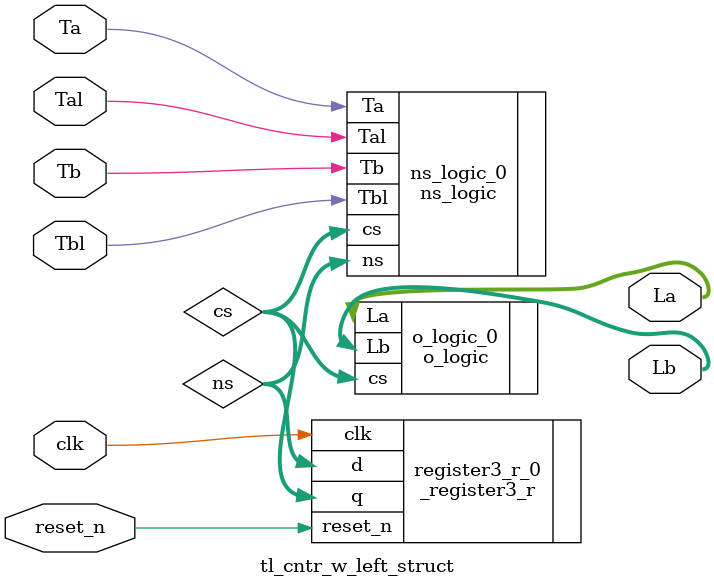
<source format=v>
module tl_cntr_w_left_struct(clk, reset_n, Ta, Tal, Tb, Tbl, La, Lb);

	input clk, reset_n, Ta, Tal, Tb, Tbl;
	output [1:0] La,Lb; //set input and output

	wire [2:0] cs,ns; //set wire

	ns_logic ns_logic_0(.Ta(Ta), .Tal(Tal), .Tb(Tb), .Tbl(Tbl), .ns(ns),.cs(cs)); //for next state
	o_logic o_logic_0(.La(La),.Lb(Lb),.cs(cs)); //for output
	_register3_r register3_r_0(.clk(clk),.reset_n(reset_n),.d(ns),.q(cs)); //run register
	

endmodule 
</source>
